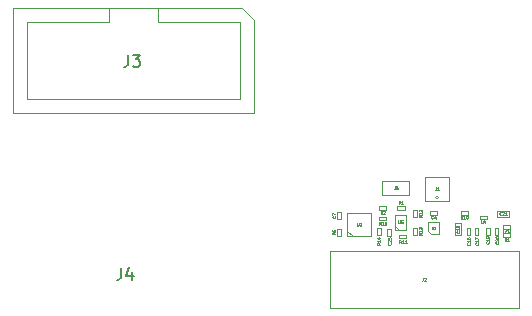
<source format=gbr>
%TF.GenerationSoftware,KiCad,Pcbnew,(7.0.0)*%
%TF.CreationDate,2023-06-03T15:05:08-04:00*%
%TF.ProjectId,headstage-neuropix1e,68656164-7374-4616-9765-2d6e6575726f,A*%
%TF.SameCoordinates,Original*%
%TF.FileFunction,AssemblyDrawing,Top*%
%FSLAX46Y46*%
G04 Gerber Fmt 4.6, Leading zero omitted, Abs format (unit mm)*
G04 Created by KiCad (PCBNEW (7.0.0)) date 2023-06-03 15:05:08*
%MOMM*%
%LPD*%
G01*
G04 APERTURE LIST*
%ADD10C,0.040000*%
%ADD11C,0.150000*%
%ADD12C,0.100000*%
G04 APERTURE END LIST*
D10*
%TO.C,J1*%
X143611667Y-88441845D02*
X143611667Y-88620416D01*
X143611667Y-88620416D02*
X143599762Y-88656130D01*
X143599762Y-88656130D02*
X143575953Y-88679940D01*
X143575953Y-88679940D02*
X143540238Y-88691845D01*
X143540238Y-88691845D02*
X143516429Y-88691845D01*
X143861667Y-88691845D02*
X143718810Y-88691845D01*
X143790238Y-88691845D02*
X143790238Y-88441845D01*
X143790238Y-88441845D02*
X143766429Y-88477559D01*
X143766429Y-88477559D02*
X143742619Y-88501369D01*
X143742619Y-88501369D02*
X143718810Y-88513273D01*
%TO.C,U2*%
X136909523Y-91441845D02*
X136909523Y-91644226D01*
X136909523Y-91644226D02*
X136921428Y-91668035D01*
X136921428Y-91668035D02*
X136933333Y-91679940D01*
X136933333Y-91679940D02*
X136957142Y-91691845D01*
X136957142Y-91691845D02*
X137004761Y-91691845D01*
X137004761Y-91691845D02*
X137028571Y-91679940D01*
X137028571Y-91679940D02*
X137040476Y-91668035D01*
X137040476Y-91668035D02*
X137052380Y-91644226D01*
X137052380Y-91644226D02*
X137052380Y-91441845D01*
X137159524Y-91465654D02*
X137171428Y-91453750D01*
X137171428Y-91453750D02*
X137195238Y-91441845D01*
X137195238Y-91441845D02*
X137254762Y-91441845D01*
X137254762Y-91441845D02*
X137278571Y-91453750D01*
X137278571Y-91453750D02*
X137290476Y-91465654D01*
X137290476Y-91465654D02*
X137302381Y-91489464D01*
X137302381Y-91489464D02*
X137302381Y-91513273D01*
X137302381Y-91513273D02*
X137290476Y-91548988D01*
X137290476Y-91548988D02*
X137147619Y-91691845D01*
X137147619Y-91691845D02*
X137302381Y-91691845D01*
%TO.C,U5*%
X140409523Y-91241845D02*
X140409523Y-91444226D01*
X140409523Y-91444226D02*
X140421428Y-91468035D01*
X140421428Y-91468035D02*
X140433333Y-91479940D01*
X140433333Y-91479940D02*
X140457142Y-91491845D01*
X140457142Y-91491845D02*
X140504761Y-91491845D01*
X140504761Y-91491845D02*
X140528571Y-91479940D01*
X140528571Y-91479940D02*
X140540476Y-91468035D01*
X140540476Y-91468035D02*
X140552380Y-91444226D01*
X140552380Y-91444226D02*
X140552380Y-91241845D01*
X140790476Y-91241845D02*
X140671428Y-91241845D01*
X140671428Y-91241845D02*
X140659524Y-91360892D01*
X140659524Y-91360892D02*
X140671428Y-91348988D01*
X140671428Y-91348988D02*
X140695238Y-91337083D01*
X140695238Y-91337083D02*
X140754762Y-91337083D01*
X140754762Y-91337083D02*
X140778571Y-91348988D01*
X140778571Y-91348988D02*
X140790476Y-91360892D01*
X140790476Y-91360892D02*
X140802381Y-91384702D01*
X140802381Y-91384702D02*
X140802381Y-91444226D01*
X140802381Y-91444226D02*
X140790476Y-91468035D01*
X140790476Y-91468035D02*
X140778571Y-91479940D01*
X140778571Y-91479940D02*
X140754762Y-91491845D01*
X140754762Y-91491845D02*
X140695238Y-91491845D01*
X140695238Y-91491845D02*
X140671428Y-91479940D01*
X140671428Y-91479940D02*
X140659524Y-91468035D01*
%TO.C,J2*%
X142516667Y-96091845D02*
X142516667Y-96270416D01*
X142516667Y-96270416D02*
X142504762Y-96306130D01*
X142504762Y-96306130D02*
X142480953Y-96329940D01*
X142480953Y-96329940D02*
X142445238Y-96341845D01*
X142445238Y-96341845D02*
X142421429Y-96341845D01*
X142623810Y-96115654D02*
X142635714Y-96103750D01*
X142635714Y-96103750D02*
X142659524Y-96091845D01*
X142659524Y-96091845D02*
X142719048Y-96091845D01*
X142719048Y-96091845D02*
X142742857Y-96103750D01*
X142742857Y-96103750D02*
X142754762Y-96115654D01*
X142754762Y-96115654D02*
X142766667Y-96139464D01*
X142766667Y-96139464D02*
X142766667Y-96163273D01*
X142766667Y-96163273D02*
X142754762Y-96198988D01*
X142754762Y-96198988D02*
X142611905Y-96341845D01*
X142611905Y-96341845D02*
X142766667Y-96341845D01*
%TO.C,U3*%
X143247619Y-91773476D02*
X143247619Y-91935380D01*
X143247619Y-91935380D02*
X143257142Y-91954428D01*
X143257142Y-91954428D02*
X143266666Y-91963952D01*
X143266666Y-91963952D02*
X143285714Y-91973476D01*
X143285714Y-91973476D02*
X143323809Y-91973476D01*
X143323809Y-91973476D02*
X143342857Y-91963952D01*
X143342857Y-91963952D02*
X143352380Y-91954428D01*
X143352380Y-91954428D02*
X143361904Y-91935380D01*
X143361904Y-91935380D02*
X143361904Y-91773476D01*
X143438095Y-91773476D02*
X143561904Y-91773476D01*
X143561904Y-91773476D02*
X143495238Y-91849666D01*
X143495238Y-91849666D02*
X143523809Y-91849666D01*
X143523809Y-91849666D02*
X143542857Y-91859190D01*
X143542857Y-91859190D02*
X143552381Y-91868714D01*
X143552381Y-91868714D02*
X143561904Y-91887761D01*
X143561904Y-91887761D02*
X143561904Y-91935380D01*
X143561904Y-91935380D02*
X143552381Y-91954428D01*
X143552381Y-91954428D02*
X143542857Y-91963952D01*
X143542857Y-91963952D02*
X143523809Y-91973476D01*
X143523809Y-91973476D02*
X143466666Y-91973476D01*
X143466666Y-91973476D02*
X143447619Y-91963952D01*
X143447619Y-91963952D02*
X143438095Y-91954428D01*
%TO.C,R15*%
X138939285Y-91591845D02*
X138855952Y-91472797D01*
X138796428Y-91591845D02*
X138796428Y-91341845D01*
X138796428Y-91341845D02*
X138891666Y-91341845D01*
X138891666Y-91341845D02*
X138915476Y-91353750D01*
X138915476Y-91353750D02*
X138927381Y-91365654D01*
X138927381Y-91365654D02*
X138939285Y-91389464D01*
X138939285Y-91389464D02*
X138939285Y-91425178D01*
X138939285Y-91425178D02*
X138927381Y-91448988D01*
X138927381Y-91448988D02*
X138915476Y-91460892D01*
X138915476Y-91460892D02*
X138891666Y-91472797D01*
X138891666Y-91472797D02*
X138796428Y-91472797D01*
X139177381Y-91591845D02*
X139034524Y-91591845D01*
X139105952Y-91591845D02*
X139105952Y-91341845D01*
X139105952Y-91341845D02*
X139082143Y-91377559D01*
X139082143Y-91377559D02*
X139058333Y-91401369D01*
X139058333Y-91401369D02*
X139034524Y-91413273D01*
X139403571Y-91341845D02*
X139284523Y-91341845D01*
X139284523Y-91341845D02*
X139272619Y-91460892D01*
X139272619Y-91460892D02*
X139284523Y-91448988D01*
X139284523Y-91448988D02*
X139308333Y-91437083D01*
X139308333Y-91437083D02*
X139367857Y-91437083D01*
X139367857Y-91437083D02*
X139391666Y-91448988D01*
X139391666Y-91448988D02*
X139403571Y-91460892D01*
X139403571Y-91460892D02*
X139415476Y-91484702D01*
X139415476Y-91484702D02*
X139415476Y-91544226D01*
X139415476Y-91544226D02*
X139403571Y-91568035D01*
X139403571Y-91568035D02*
X139391666Y-91579940D01*
X139391666Y-91579940D02*
X139367857Y-91591845D01*
X139367857Y-91591845D02*
X139308333Y-91591845D01*
X139308333Y-91591845D02*
X139284523Y-91579940D01*
X139284523Y-91579940D02*
X139272619Y-91568035D01*
%TO.C,R14*%
X138891845Y-93160714D02*
X138772797Y-93244047D01*
X138891845Y-93303571D02*
X138641845Y-93303571D01*
X138641845Y-93303571D02*
X138641845Y-93208333D01*
X138641845Y-93208333D02*
X138653750Y-93184523D01*
X138653750Y-93184523D02*
X138665654Y-93172618D01*
X138665654Y-93172618D02*
X138689464Y-93160714D01*
X138689464Y-93160714D02*
X138725178Y-93160714D01*
X138725178Y-93160714D02*
X138748988Y-93172618D01*
X138748988Y-93172618D02*
X138760892Y-93184523D01*
X138760892Y-93184523D02*
X138772797Y-93208333D01*
X138772797Y-93208333D02*
X138772797Y-93303571D01*
X138891845Y-92922618D02*
X138891845Y-93065475D01*
X138891845Y-92994047D02*
X138641845Y-92994047D01*
X138641845Y-92994047D02*
X138677559Y-93017856D01*
X138677559Y-93017856D02*
X138701369Y-93041666D01*
X138701369Y-93041666D02*
X138713273Y-93065475D01*
X138725178Y-92708333D02*
X138891845Y-92708333D01*
X138629940Y-92767857D02*
X138808511Y-92827380D01*
X138808511Y-92827380D02*
X138808511Y-92672619D01*
%TO.C,R13*%
X142391845Y-92310714D02*
X142272797Y-92394047D01*
X142391845Y-92453571D02*
X142141845Y-92453571D01*
X142141845Y-92453571D02*
X142141845Y-92358333D01*
X142141845Y-92358333D02*
X142153750Y-92334523D01*
X142153750Y-92334523D02*
X142165654Y-92322618D01*
X142165654Y-92322618D02*
X142189464Y-92310714D01*
X142189464Y-92310714D02*
X142225178Y-92310714D01*
X142225178Y-92310714D02*
X142248988Y-92322618D01*
X142248988Y-92322618D02*
X142260892Y-92334523D01*
X142260892Y-92334523D02*
X142272797Y-92358333D01*
X142272797Y-92358333D02*
X142272797Y-92453571D01*
X142391845Y-92072618D02*
X142391845Y-92215475D01*
X142391845Y-92144047D02*
X142141845Y-92144047D01*
X142141845Y-92144047D02*
X142177559Y-92167856D01*
X142177559Y-92167856D02*
X142201369Y-92191666D01*
X142201369Y-92191666D02*
X142213273Y-92215475D01*
X142141845Y-91989285D02*
X142141845Y-91834523D01*
X142141845Y-91834523D02*
X142237083Y-91917857D01*
X142237083Y-91917857D02*
X142237083Y-91882142D01*
X142237083Y-91882142D02*
X142248988Y-91858333D01*
X142248988Y-91858333D02*
X142260892Y-91846428D01*
X142260892Y-91846428D02*
X142284702Y-91834523D01*
X142284702Y-91834523D02*
X142344226Y-91834523D01*
X142344226Y-91834523D02*
X142368035Y-91846428D01*
X142368035Y-91846428D02*
X142379940Y-91858333D01*
X142379940Y-91858333D02*
X142391845Y-91882142D01*
X142391845Y-91882142D02*
X142391845Y-91953571D01*
X142391845Y-91953571D02*
X142379940Y-91977380D01*
X142379940Y-91977380D02*
X142368035Y-91989285D01*
%TO.C,R12*%
X142391845Y-90810714D02*
X142272797Y-90894047D01*
X142391845Y-90953571D02*
X142141845Y-90953571D01*
X142141845Y-90953571D02*
X142141845Y-90858333D01*
X142141845Y-90858333D02*
X142153750Y-90834523D01*
X142153750Y-90834523D02*
X142165654Y-90822618D01*
X142165654Y-90822618D02*
X142189464Y-90810714D01*
X142189464Y-90810714D02*
X142225178Y-90810714D01*
X142225178Y-90810714D02*
X142248988Y-90822618D01*
X142248988Y-90822618D02*
X142260892Y-90834523D01*
X142260892Y-90834523D02*
X142272797Y-90858333D01*
X142272797Y-90858333D02*
X142272797Y-90953571D01*
X142391845Y-90572618D02*
X142391845Y-90715475D01*
X142391845Y-90644047D02*
X142141845Y-90644047D01*
X142141845Y-90644047D02*
X142177559Y-90667856D01*
X142177559Y-90667856D02*
X142201369Y-90691666D01*
X142201369Y-90691666D02*
X142213273Y-90715475D01*
X142165654Y-90477380D02*
X142153750Y-90465476D01*
X142153750Y-90465476D02*
X142141845Y-90441666D01*
X142141845Y-90441666D02*
X142141845Y-90382142D01*
X142141845Y-90382142D02*
X142153750Y-90358333D01*
X142153750Y-90358333D02*
X142165654Y-90346428D01*
X142165654Y-90346428D02*
X142189464Y-90334523D01*
X142189464Y-90334523D02*
X142213273Y-90334523D01*
X142213273Y-90334523D02*
X142248988Y-90346428D01*
X142248988Y-90346428D02*
X142391845Y-90489285D01*
X142391845Y-90489285D02*
X142391845Y-90334523D01*
%TO.C,R11*%
X140639285Y-93191845D02*
X140555952Y-93072797D01*
X140496428Y-93191845D02*
X140496428Y-92941845D01*
X140496428Y-92941845D02*
X140591666Y-92941845D01*
X140591666Y-92941845D02*
X140615476Y-92953750D01*
X140615476Y-92953750D02*
X140627381Y-92965654D01*
X140627381Y-92965654D02*
X140639285Y-92989464D01*
X140639285Y-92989464D02*
X140639285Y-93025178D01*
X140639285Y-93025178D02*
X140627381Y-93048988D01*
X140627381Y-93048988D02*
X140615476Y-93060892D01*
X140615476Y-93060892D02*
X140591666Y-93072797D01*
X140591666Y-93072797D02*
X140496428Y-93072797D01*
X140877381Y-93191845D02*
X140734524Y-93191845D01*
X140805952Y-93191845D02*
X140805952Y-92941845D01*
X140805952Y-92941845D02*
X140782143Y-92977559D01*
X140782143Y-92977559D02*
X140758333Y-93001369D01*
X140758333Y-93001369D02*
X140734524Y-93013273D01*
X141115476Y-93191845D02*
X140972619Y-93191845D01*
X141044047Y-93191845D02*
X141044047Y-92941845D01*
X141044047Y-92941845D02*
X141020238Y-92977559D01*
X141020238Y-92977559D02*
X140996428Y-93001369D01*
X140996428Y-93001369D02*
X140972619Y-93013273D01*
%TO.C,R5*%
X135091845Y-92286666D02*
X134972797Y-92369999D01*
X135091845Y-92429523D02*
X134841845Y-92429523D01*
X134841845Y-92429523D02*
X134841845Y-92334285D01*
X134841845Y-92334285D02*
X134853750Y-92310475D01*
X134853750Y-92310475D02*
X134865654Y-92298570D01*
X134865654Y-92298570D02*
X134889464Y-92286666D01*
X134889464Y-92286666D02*
X134925178Y-92286666D01*
X134925178Y-92286666D02*
X134948988Y-92298570D01*
X134948988Y-92298570D02*
X134960892Y-92310475D01*
X134960892Y-92310475D02*
X134972797Y-92334285D01*
X134972797Y-92334285D02*
X134972797Y-92429523D01*
X134841845Y-92060475D02*
X134841845Y-92179523D01*
X134841845Y-92179523D02*
X134960892Y-92191427D01*
X134960892Y-92191427D02*
X134948988Y-92179523D01*
X134948988Y-92179523D02*
X134937083Y-92155713D01*
X134937083Y-92155713D02*
X134937083Y-92096189D01*
X134937083Y-92096189D02*
X134948988Y-92072380D01*
X134948988Y-92072380D02*
X134960892Y-92060475D01*
X134960892Y-92060475D02*
X134984702Y-92048570D01*
X134984702Y-92048570D02*
X135044226Y-92048570D01*
X135044226Y-92048570D02*
X135068035Y-92060475D01*
X135068035Y-92060475D02*
X135079940Y-92072380D01*
X135079940Y-92072380D02*
X135091845Y-92096189D01*
X135091845Y-92096189D02*
X135091845Y-92155713D01*
X135091845Y-92155713D02*
X135079940Y-92179523D01*
X135079940Y-92179523D02*
X135068035Y-92191427D01*
%TO.C,R2*%
X139058333Y-90691845D02*
X138975000Y-90572797D01*
X138915476Y-90691845D02*
X138915476Y-90441845D01*
X138915476Y-90441845D02*
X139010714Y-90441845D01*
X139010714Y-90441845D02*
X139034524Y-90453750D01*
X139034524Y-90453750D02*
X139046429Y-90465654D01*
X139046429Y-90465654D02*
X139058333Y-90489464D01*
X139058333Y-90489464D02*
X139058333Y-90525178D01*
X139058333Y-90525178D02*
X139046429Y-90548988D01*
X139046429Y-90548988D02*
X139034524Y-90560892D01*
X139034524Y-90560892D02*
X139010714Y-90572797D01*
X139010714Y-90572797D02*
X138915476Y-90572797D01*
X139153572Y-90465654D02*
X139165476Y-90453750D01*
X139165476Y-90453750D02*
X139189286Y-90441845D01*
X139189286Y-90441845D02*
X139248810Y-90441845D01*
X139248810Y-90441845D02*
X139272619Y-90453750D01*
X139272619Y-90453750D02*
X139284524Y-90465654D01*
X139284524Y-90465654D02*
X139296429Y-90489464D01*
X139296429Y-90489464D02*
X139296429Y-90513273D01*
X139296429Y-90513273D02*
X139284524Y-90548988D01*
X139284524Y-90548988D02*
X139141667Y-90691845D01*
X139141667Y-90691845D02*
X139296429Y-90691845D01*
%TO.C,R1*%
X140608333Y-89891845D02*
X140525000Y-89772797D01*
X140465476Y-89891845D02*
X140465476Y-89641845D01*
X140465476Y-89641845D02*
X140560714Y-89641845D01*
X140560714Y-89641845D02*
X140584524Y-89653750D01*
X140584524Y-89653750D02*
X140596429Y-89665654D01*
X140596429Y-89665654D02*
X140608333Y-89689464D01*
X140608333Y-89689464D02*
X140608333Y-89725178D01*
X140608333Y-89725178D02*
X140596429Y-89748988D01*
X140596429Y-89748988D02*
X140584524Y-89760892D01*
X140584524Y-89760892D02*
X140560714Y-89772797D01*
X140560714Y-89772797D02*
X140465476Y-89772797D01*
X140846429Y-89891845D02*
X140703572Y-89891845D01*
X140775000Y-89891845D02*
X140775000Y-89641845D01*
X140775000Y-89641845D02*
X140751191Y-89677559D01*
X140751191Y-89677559D02*
X140727381Y-89701369D01*
X140727381Y-89701369D02*
X140703572Y-89713273D01*
%TO.C,C25*%
X139768035Y-93160714D02*
X139779940Y-93172618D01*
X139779940Y-93172618D02*
X139791845Y-93208333D01*
X139791845Y-93208333D02*
X139791845Y-93232142D01*
X139791845Y-93232142D02*
X139779940Y-93267856D01*
X139779940Y-93267856D02*
X139756130Y-93291666D01*
X139756130Y-93291666D02*
X139732321Y-93303571D01*
X139732321Y-93303571D02*
X139684702Y-93315475D01*
X139684702Y-93315475D02*
X139648988Y-93315475D01*
X139648988Y-93315475D02*
X139601369Y-93303571D01*
X139601369Y-93303571D02*
X139577559Y-93291666D01*
X139577559Y-93291666D02*
X139553750Y-93267856D01*
X139553750Y-93267856D02*
X139541845Y-93232142D01*
X139541845Y-93232142D02*
X139541845Y-93208333D01*
X139541845Y-93208333D02*
X139553750Y-93172618D01*
X139553750Y-93172618D02*
X139565654Y-93160714D01*
X139565654Y-93065475D02*
X139553750Y-93053571D01*
X139553750Y-93053571D02*
X139541845Y-93029761D01*
X139541845Y-93029761D02*
X139541845Y-92970237D01*
X139541845Y-92970237D02*
X139553750Y-92946428D01*
X139553750Y-92946428D02*
X139565654Y-92934523D01*
X139565654Y-92934523D02*
X139589464Y-92922618D01*
X139589464Y-92922618D02*
X139613273Y-92922618D01*
X139613273Y-92922618D02*
X139648988Y-92934523D01*
X139648988Y-92934523D02*
X139791845Y-93077380D01*
X139791845Y-93077380D02*
X139791845Y-92922618D01*
X139541845Y-92696428D02*
X139541845Y-92815476D01*
X139541845Y-92815476D02*
X139660892Y-92827380D01*
X139660892Y-92827380D02*
X139648988Y-92815476D01*
X139648988Y-92815476D02*
X139637083Y-92791666D01*
X139637083Y-92791666D02*
X139637083Y-92732142D01*
X139637083Y-92732142D02*
X139648988Y-92708333D01*
X139648988Y-92708333D02*
X139660892Y-92696428D01*
X139660892Y-92696428D02*
X139684702Y-92684523D01*
X139684702Y-92684523D02*
X139744226Y-92684523D01*
X139744226Y-92684523D02*
X139768035Y-92696428D01*
X139768035Y-92696428D02*
X139779940Y-92708333D01*
X139779940Y-92708333D02*
X139791845Y-92732142D01*
X139791845Y-92732142D02*
X139791845Y-92791666D01*
X139791845Y-92791666D02*
X139779940Y-92815476D01*
X139779940Y-92815476D02*
X139768035Y-92827380D01*
%TO.C,C7*%
X135068035Y-90886666D02*
X135079940Y-90898570D01*
X135079940Y-90898570D02*
X135091845Y-90934285D01*
X135091845Y-90934285D02*
X135091845Y-90958094D01*
X135091845Y-90958094D02*
X135079940Y-90993808D01*
X135079940Y-90993808D02*
X135056130Y-91017618D01*
X135056130Y-91017618D02*
X135032321Y-91029523D01*
X135032321Y-91029523D02*
X134984702Y-91041427D01*
X134984702Y-91041427D02*
X134948988Y-91041427D01*
X134948988Y-91041427D02*
X134901369Y-91029523D01*
X134901369Y-91029523D02*
X134877559Y-91017618D01*
X134877559Y-91017618D02*
X134853750Y-90993808D01*
X134853750Y-90993808D02*
X134841845Y-90958094D01*
X134841845Y-90958094D02*
X134841845Y-90934285D01*
X134841845Y-90934285D02*
X134853750Y-90898570D01*
X134853750Y-90898570D02*
X134865654Y-90886666D01*
X134841845Y-90803332D02*
X134841845Y-90636666D01*
X134841845Y-90636666D02*
X135091845Y-90743808D01*
%TO.C,C4*%
X143358333Y-91068035D02*
X143346429Y-91079940D01*
X143346429Y-91079940D02*
X143310714Y-91091845D01*
X143310714Y-91091845D02*
X143286905Y-91091845D01*
X143286905Y-91091845D02*
X143251191Y-91079940D01*
X143251191Y-91079940D02*
X143227381Y-91056130D01*
X143227381Y-91056130D02*
X143215476Y-91032321D01*
X143215476Y-91032321D02*
X143203572Y-90984702D01*
X143203572Y-90984702D02*
X143203572Y-90948988D01*
X143203572Y-90948988D02*
X143215476Y-90901369D01*
X143215476Y-90901369D02*
X143227381Y-90877559D01*
X143227381Y-90877559D02*
X143251191Y-90853750D01*
X143251191Y-90853750D02*
X143286905Y-90841845D01*
X143286905Y-90841845D02*
X143310714Y-90841845D01*
X143310714Y-90841845D02*
X143346429Y-90853750D01*
X143346429Y-90853750D02*
X143358333Y-90865654D01*
X143572619Y-90925178D02*
X143572619Y-91091845D01*
X143513095Y-90829940D02*
X143453572Y-91008511D01*
X143453572Y-91008511D02*
X143608333Y-91008511D01*
D11*
%TO.C,J4*%
X116956666Y-95267380D02*
X116956666Y-95981666D01*
X116956666Y-95981666D02*
X116909047Y-96124523D01*
X116909047Y-96124523D02*
X116813809Y-96219761D01*
X116813809Y-96219761D02*
X116670952Y-96267380D01*
X116670952Y-96267380D02*
X116575714Y-96267380D01*
X117861428Y-95600714D02*
X117861428Y-96267380D01*
X117623333Y-95219761D02*
X117385238Y-95934047D01*
X117385238Y-95934047D02*
X118004285Y-95934047D01*
D10*
%TO.C,C16*%
X146468035Y-93160714D02*
X146479940Y-93172618D01*
X146479940Y-93172618D02*
X146491845Y-93208333D01*
X146491845Y-93208333D02*
X146491845Y-93232142D01*
X146491845Y-93232142D02*
X146479940Y-93267856D01*
X146479940Y-93267856D02*
X146456130Y-93291666D01*
X146456130Y-93291666D02*
X146432321Y-93303571D01*
X146432321Y-93303571D02*
X146384702Y-93315475D01*
X146384702Y-93315475D02*
X146348988Y-93315475D01*
X146348988Y-93315475D02*
X146301369Y-93303571D01*
X146301369Y-93303571D02*
X146277559Y-93291666D01*
X146277559Y-93291666D02*
X146253750Y-93267856D01*
X146253750Y-93267856D02*
X146241845Y-93232142D01*
X146241845Y-93232142D02*
X146241845Y-93208333D01*
X146241845Y-93208333D02*
X146253750Y-93172618D01*
X146253750Y-93172618D02*
X146265654Y-93160714D01*
X146491845Y-92922618D02*
X146491845Y-93065475D01*
X146491845Y-92994047D02*
X146241845Y-92994047D01*
X146241845Y-92994047D02*
X146277559Y-93017856D01*
X146277559Y-93017856D02*
X146301369Y-93041666D01*
X146301369Y-93041666D02*
X146313273Y-93065475D01*
X146241845Y-92708333D02*
X146241845Y-92755952D01*
X146241845Y-92755952D02*
X146253750Y-92779761D01*
X146253750Y-92779761D02*
X146265654Y-92791666D01*
X146265654Y-92791666D02*
X146301369Y-92815476D01*
X146301369Y-92815476D02*
X146348988Y-92827380D01*
X146348988Y-92827380D02*
X146444226Y-92827380D01*
X146444226Y-92827380D02*
X146468035Y-92815476D01*
X146468035Y-92815476D02*
X146479940Y-92803571D01*
X146479940Y-92803571D02*
X146491845Y-92779761D01*
X146491845Y-92779761D02*
X146491845Y-92732142D01*
X146491845Y-92732142D02*
X146479940Y-92708333D01*
X146479940Y-92708333D02*
X146468035Y-92696428D01*
X146468035Y-92696428D02*
X146444226Y-92684523D01*
X146444226Y-92684523D02*
X146384702Y-92684523D01*
X146384702Y-92684523D02*
X146360892Y-92696428D01*
X146360892Y-92696428D02*
X146348988Y-92708333D01*
X146348988Y-92708333D02*
X146337083Y-92732142D01*
X146337083Y-92732142D02*
X146337083Y-92779761D01*
X146337083Y-92779761D02*
X146348988Y-92803571D01*
X146348988Y-92803571D02*
X146360892Y-92815476D01*
X146360892Y-92815476D02*
X146384702Y-92827380D01*
%TO.C,J5*%
X140111667Y-88341845D02*
X140111667Y-88520416D01*
X140111667Y-88520416D02*
X140099762Y-88556130D01*
X140099762Y-88556130D02*
X140075953Y-88579940D01*
X140075953Y-88579940D02*
X140040238Y-88591845D01*
X140040238Y-88591845D02*
X140016429Y-88591845D01*
X140349762Y-88341845D02*
X140230714Y-88341845D01*
X140230714Y-88341845D02*
X140218810Y-88460892D01*
X140218810Y-88460892D02*
X140230714Y-88448988D01*
X140230714Y-88448988D02*
X140254524Y-88437083D01*
X140254524Y-88437083D02*
X140314048Y-88437083D01*
X140314048Y-88437083D02*
X140337857Y-88448988D01*
X140337857Y-88448988D02*
X140349762Y-88460892D01*
X140349762Y-88460892D02*
X140361667Y-88484702D01*
X140361667Y-88484702D02*
X140361667Y-88544226D01*
X140361667Y-88544226D02*
X140349762Y-88568035D01*
X140349762Y-88568035D02*
X140337857Y-88579940D01*
X140337857Y-88579940D02*
X140314048Y-88591845D01*
X140314048Y-88591845D02*
X140254524Y-88591845D01*
X140254524Y-88591845D02*
X140230714Y-88579940D01*
X140230714Y-88579940D02*
X140218810Y-88568035D01*
%TO.C,C18*%
X145568035Y-92160714D02*
X145579940Y-92172618D01*
X145579940Y-92172618D02*
X145591845Y-92208333D01*
X145591845Y-92208333D02*
X145591845Y-92232142D01*
X145591845Y-92232142D02*
X145579940Y-92267856D01*
X145579940Y-92267856D02*
X145556130Y-92291666D01*
X145556130Y-92291666D02*
X145532321Y-92303571D01*
X145532321Y-92303571D02*
X145484702Y-92315475D01*
X145484702Y-92315475D02*
X145448988Y-92315475D01*
X145448988Y-92315475D02*
X145401369Y-92303571D01*
X145401369Y-92303571D02*
X145377559Y-92291666D01*
X145377559Y-92291666D02*
X145353750Y-92267856D01*
X145353750Y-92267856D02*
X145341845Y-92232142D01*
X145341845Y-92232142D02*
X145341845Y-92208333D01*
X145341845Y-92208333D02*
X145353750Y-92172618D01*
X145353750Y-92172618D02*
X145365654Y-92160714D01*
X145591845Y-91922618D02*
X145591845Y-92065475D01*
X145591845Y-91994047D02*
X145341845Y-91994047D01*
X145341845Y-91994047D02*
X145377559Y-92017856D01*
X145377559Y-92017856D02*
X145401369Y-92041666D01*
X145401369Y-92041666D02*
X145413273Y-92065475D01*
X145448988Y-91779761D02*
X145437083Y-91803571D01*
X145437083Y-91803571D02*
X145425178Y-91815476D01*
X145425178Y-91815476D02*
X145401369Y-91827380D01*
X145401369Y-91827380D02*
X145389464Y-91827380D01*
X145389464Y-91827380D02*
X145365654Y-91815476D01*
X145365654Y-91815476D02*
X145353750Y-91803571D01*
X145353750Y-91803571D02*
X145341845Y-91779761D01*
X145341845Y-91779761D02*
X145341845Y-91732142D01*
X145341845Y-91732142D02*
X145353750Y-91708333D01*
X145353750Y-91708333D02*
X145365654Y-91696428D01*
X145365654Y-91696428D02*
X145389464Y-91684523D01*
X145389464Y-91684523D02*
X145401369Y-91684523D01*
X145401369Y-91684523D02*
X145425178Y-91696428D01*
X145425178Y-91696428D02*
X145437083Y-91708333D01*
X145437083Y-91708333D02*
X145448988Y-91732142D01*
X145448988Y-91732142D02*
X145448988Y-91779761D01*
X145448988Y-91779761D02*
X145460892Y-91803571D01*
X145460892Y-91803571D02*
X145472797Y-91815476D01*
X145472797Y-91815476D02*
X145496607Y-91827380D01*
X145496607Y-91827380D02*
X145544226Y-91827380D01*
X145544226Y-91827380D02*
X145568035Y-91815476D01*
X145568035Y-91815476D02*
X145579940Y-91803571D01*
X145579940Y-91803571D02*
X145591845Y-91779761D01*
X145591845Y-91779761D02*
X145591845Y-91732142D01*
X145591845Y-91732142D02*
X145579940Y-91708333D01*
X145579940Y-91708333D02*
X145568035Y-91696428D01*
X145568035Y-91696428D02*
X145544226Y-91684523D01*
X145544226Y-91684523D02*
X145496607Y-91684523D01*
X145496607Y-91684523D02*
X145472797Y-91696428D01*
X145472797Y-91696428D02*
X145460892Y-91708333D01*
X145460892Y-91708333D02*
X145448988Y-91732142D01*
%TO.C,C20*%
X148868035Y-93060714D02*
X148879940Y-93072618D01*
X148879940Y-93072618D02*
X148891845Y-93108333D01*
X148891845Y-93108333D02*
X148891845Y-93132142D01*
X148891845Y-93132142D02*
X148879940Y-93167856D01*
X148879940Y-93167856D02*
X148856130Y-93191666D01*
X148856130Y-93191666D02*
X148832321Y-93203571D01*
X148832321Y-93203571D02*
X148784702Y-93215475D01*
X148784702Y-93215475D02*
X148748988Y-93215475D01*
X148748988Y-93215475D02*
X148701369Y-93203571D01*
X148701369Y-93203571D02*
X148677559Y-93191666D01*
X148677559Y-93191666D02*
X148653750Y-93167856D01*
X148653750Y-93167856D02*
X148641845Y-93132142D01*
X148641845Y-93132142D02*
X148641845Y-93108333D01*
X148641845Y-93108333D02*
X148653750Y-93072618D01*
X148653750Y-93072618D02*
X148665654Y-93060714D01*
X148665654Y-92965475D02*
X148653750Y-92953571D01*
X148653750Y-92953571D02*
X148641845Y-92929761D01*
X148641845Y-92929761D02*
X148641845Y-92870237D01*
X148641845Y-92870237D02*
X148653750Y-92846428D01*
X148653750Y-92846428D02*
X148665654Y-92834523D01*
X148665654Y-92834523D02*
X148689464Y-92822618D01*
X148689464Y-92822618D02*
X148713273Y-92822618D01*
X148713273Y-92822618D02*
X148748988Y-92834523D01*
X148748988Y-92834523D02*
X148891845Y-92977380D01*
X148891845Y-92977380D02*
X148891845Y-92822618D01*
X148641845Y-92667857D02*
X148641845Y-92644047D01*
X148641845Y-92644047D02*
X148653750Y-92620238D01*
X148653750Y-92620238D02*
X148665654Y-92608333D01*
X148665654Y-92608333D02*
X148689464Y-92596428D01*
X148689464Y-92596428D02*
X148737083Y-92584523D01*
X148737083Y-92584523D02*
X148796607Y-92584523D01*
X148796607Y-92584523D02*
X148844226Y-92596428D01*
X148844226Y-92596428D02*
X148868035Y-92608333D01*
X148868035Y-92608333D02*
X148879940Y-92620238D01*
X148879940Y-92620238D02*
X148891845Y-92644047D01*
X148891845Y-92644047D02*
X148891845Y-92667857D01*
X148891845Y-92667857D02*
X148879940Y-92691666D01*
X148879940Y-92691666D02*
X148868035Y-92703571D01*
X148868035Y-92703571D02*
X148844226Y-92715476D01*
X148844226Y-92715476D02*
X148796607Y-92727380D01*
X148796607Y-92727380D02*
X148737083Y-92727380D01*
X148737083Y-92727380D02*
X148689464Y-92715476D01*
X148689464Y-92715476D02*
X148665654Y-92703571D01*
X148665654Y-92703571D02*
X148653750Y-92691666D01*
X148653750Y-92691666D02*
X148641845Y-92667857D01*
%TO.C,C17*%
X147168035Y-93160714D02*
X147179940Y-93172618D01*
X147179940Y-93172618D02*
X147191845Y-93208333D01*
X147191845Y-93208333D02*
X147191845Y-93232142D01*
X147191845Y-93232142D02*
X147179940Y-93267856D01*
X147179940Y-93267856D02*
X147156130Y-93291666D01*
X147156130Y-93291666D02*
X147132321Y-93303571D01*
X147132321Y-93303571D02*
X147084702Y-93315475D01*
X147084702Y-93315475D02*
X147048988Y-93315475D01*
X147048988Y-93315475D02*
X147001369Y-93303571D01*
X147001369Y-93303571D02*
X146977559Y-93291666D01*
X146977559Y-93291666D02*
X146953750Y-93267856D01*
X146953750Y-93267856D02*
X146941845Y-93232142D01*
X146941845Y-93232142D02*
X146941845Y-93208333D01*
X146941845Y-93208333D02*
X146953750Y-93172618D01*
X146953750Y-93172618D02*
X146965654Y-93160714D01*
X147191845Y-92922618D02*
X147191845Y-93065475D01*
X147191845Y-92994047D02*
X146941845Y-92994047D01*
X146941845Y-92994047D02*
X146977559Y-93017856D01*
X146977559Y-93017856D02*
X147001369Y-93041666D01*
X147001369Y-93041666D02*
X147013273Y-93065475D01*
X146941845Y-92839285D02*
X146941845Y-92672619D01*
X146941845Y-92672619D02*
X147191845Y-92779761D01*
%TO.C,L4*%
X147558333Y-91491845D02*
X147439285Y-91491845D01*
X147439285Y-91491845D02*
X147439285Y-91241845D01*
X147748809Y-91325178D02*
X147748809Y-91491845D01*
X147689285Y-91229940D02*
X147629762Y-91408511D01*
X147629762Y-91408511D02*
X147784523Y-91408511D01*
%TO.C,C19*%
X148068035Y-93060714D02*
X148079940Y-93072618D01*
X148079940Y-93072618D02*
X148091845Y-93108333D01*
X148091845Y-93108333D02*
X148091845Y-93132142D01*
X148091845Y-93132142D02*
X148079940Y-93167856D01*
X148079940Y-93167856D02*
X148056130Y-93191666D01*
X148056130Y-93191666D02*
X148032321Y-93203571D01*
X148032321Y-93203571D02*
X147984702Y-93215475D01*
X147984702Y-93215475D02*
X147948988Y-93215475D01*
X147948988Y-93215475D02*
X147901369Y-93203571D01*
X147901369Y-93203571D02*
X147877559Y-93191666D01*
X147877559Y-93191666D02*
X147853750Y-93167856D01*
X147853750Y-93167856D02*
X147841845Y-93132142D01*
X147841845Y-93132142D02*
X147841845Y-93108333D01*
X147841845Y-93108333D02*
X147853750Y-93072618D01*
X147853750Y-93072618D02*
X147865654Y-93060714D01*
X148091845Y-92822618D02*
X148091845Y-92965475D01*
X148091845Y-92894047D02*
X147841845Y-92894047D01*
X147841845Y-92894047D02*
X147877559Y-92917856D01*
X147877559Y-92917856D02*
X147901369Y-92941666D01*
X147901369Y-92941666D02*
X147913273Y-92965475D01*
X148091845Y-92703571D02*
X148091845Y-92655952D01*
X148091845Y-92655952D02*
X148079940Y-92632142D01*
X148079940Y-92632142D02*
X148068035Y-92620238D01*
X148068035Y-92620238D02*
X148032321Y-92596428D01*
X148032321Y-92596428D02*
X147984702Y-92584523D01*
X147984702Y-92584523D02*
X147889464Y-92584523D01*
X147889464Y-92584523D02*
X147865654Y-92596428D01*
X147865654Y-92596428D02*
X147853750Y-92608333D01*
X147853750Y-92608333D02*
X147841845Y-92632142D01*
X147841845Y-92632142D02*
X147841845Y-92679761D01*
X147841845Y-92679761D02*
X147853750Y-92703571D01*
X147853750Y-92703571D02*
X147865654Y-92715476D01*
X147865654Y-92715476D02*
X147889464Y-92727380D01*
X147889464Y-92727380D02*
X147948988Y-92727380D01*
X147948988Y-92727380D02*
X147972797Y-92715476D01*
X147972797Y-92715476D02*
X147984702Y-92703571D01*
X147984702Y-92703571D02*
X147996607Y-92679761D01*
X147996607Y-92679761D02*
X147996607Y-92632142D01*
X147996607Y-92632142D02*
X147984702Y-92608333D01*
X147984702Y-92608333D02*
X147972797Y-92596428D01*
X147972797Y-92596428D02*
X147948988Y-92584523D01*
%TO.C,C21*%
X149139285Y-90768035D02*
X149127381Y-90779940D01*
X149127381Y-90779940D02*
X149091666Y-90791845D01*
X149091666Y-90791845D02*
X149067857Y-90791845D01*
X149067857Y-90791845D02*
X149032143Y-90779940D01*
X149032143Y-90779940D02*
X149008333Y-90756130D01*
X149008333Y-90756130D02*
X148996428Y-90732321D01*
X148996428Y-90732321D02*
X148984524Y-90684702D01*
X148984524Y-90684702D02*
X148984524Y-90648988D01*
X148984524Y-90648988D02*
X148996428Y-90601369D01*
X148996428Y-90601369D02*
X149008333Y-90577559D01*
X149008333Y-90577559D02*
X149032143Y-90553750D01*
X149032143Y-90553750D02*
X149067857Y-90541845D01*
X149067857Y-90541845D02*
X149091666Y-90541845D01*
X149091666Y-90541845D02*
X149127381Y-90553750D01*
X149127381Y-90553750D02*
X149139285Y-90565654D01*
X149234524Y-90565654D02*
X149246428Y-90553750D01*
X149246428Y-90553750D02*
X149270238Y-90541845D01*
X149270238Y-90541845D02*
X149329762Y-90541845D01*
X149329762Y-90541845D02*
X149353571Y-90553750D01*
X149353571Y-90553750D02*
X149365476Y-90565654D01*
X149365476Y-90565654D02*
X149377381Y-90589464D01*
X149377381Y-90589464D02*
X149377381Y-90613273D01*
X149377381Y-90613273D02*
X149365476Y-90648988D01*
X149365476Y-90648988D02*
X149222619Y-90791845D01*
X149222619Y-90791845D02*
X149377381Y-90791845D01*
X149615476Y-90791845D02*
X149472619Y-90791845D01*
X149544047Y-90791845D02*
X149544047Y-90541845D01*
X149544047Y-90541845D02*
X149520238Y-90577559D01*
X149520238Y-90577559D02*
X149496428Y-90601369D01*
X149496428Y-90601369D02*
X149472619Y-90613273D01*
%TO.C,R10*%
X145839285Y-91091845D02*
X145755952Y-90972797D01*
X145696428Y-91091845D02*
X145696428Y-90841845D01*
X145696428Y-90841845D02*
X145791666Y-90841845D01*
X145791666Y-90841845D02*
X145815476Y-90853750D01*
X145815476Y-90853750D02*
X145827381Y-90865654D01*
X145827381Y-90865654D02*
X145839285Y-90889464D01*
X145839285Y-90889464D02*
X145839285Y-90925178D01*
X145839285Y-90925178D02*
X145827381Y-90948988D01*
X145827381Y-90948988D02*
X145815476Y-90960892D01*
X145815476Y-90960892D02*
X145791666Y-90972797D01*
X145791666Y-90972797D02*
X145696428Y-90972797D01*
X146077381Y-91091845D02*
X145934524Y-91091845D01*
X146005952Y-91091845D02*
X146005952Y-90841845D01*
X146005952Y-90841845D02*
X145982143Y-90877559D01*
X145982143Y-90877559D02*
X145958333Y-90901369D01*
X145958333Y-90901369D02*
X145934524Y-90913273D01*
X146232142Y-90841845D02*
X146255952Y-90841845D01*
X146255952Y-90841845D02*
X146279761Y-90853750D01*
X146279761Y-90853750D02*
X146291666Y-90865654D01*
X146291666Y-90865654D02*
X146303571Y-90889464D01*
X146303571Y-90889464D02*
X146315476Y-90937083D01*
X146315476Y-90937083D02*
X146315476Y-90996607D01*
X146315476Y-90996607D02*
X146303571Y-91044226D01*
X146303571Y-91044226D02*
X146291666Y-91068035D01*
X146291666Y-91068035D02*
X146279761Y-91079940D01*
X146279761Y-91079940D02*
X146255952Y-91091845D01*
X146255952Y-91091845D02*
X146232142Y-91091845D01*
X146232142Y-91091845D02*
X146208333Y-91079940D01*
X146208333Y-91079940D02*
X146196428Y-91068035D01*
X146196428Y-91068035D02*
X146184523Y-91044226D01*
X146184523Y-91044226D02*
X146172619Y-90996607D01*
X146172619Y-90996607D02*
X146172619Y-90937083D01*
X146172619Y-90937083D02*
X146184523Y-90889464D01*
X146184523Y-90889464D02*
X146196428Y-90865654D01*
X146196428Y-90865654D02*
X146208333Y-90853750D01*
X146208333Y-90853750D02*
X146232142Y-90841845D01*
D11*
%TO.C,J3*%
X117546666Y-77234880D02*
X117546666Y-77949166D01*
X117546666Y-77949166D02*
X117499047Y-78092023D01*
X117499047Y-78092023D02*
X117403809Y-78187261D01*
X117403809Y-78187261D02*
X117260952Y-78234880D01*
X117260952Y-78234880D02*
X117165714Y-78234880D01*
X117927619Y-77234880D02*
X118546666Y-77234880D01*
X118546666Y-77234880D02*
X118213333Y-77615833D01*
X118213333Y-77615833D02*
X118356190Y-77615833D01*
X118356190Y-77615833D02*
X118451428Y-77663452D01*
X118451428Y-77663452D02*
X118499047Y-77711071D01*
X118499047Y-77711071D02*
X118546666Y-77806309D01*
X118546666Y-77806309D02*
X118546666Y-78044404D01*
X118546666Y-78044404D02*
X118499047Y-78139642D01*
X118499047Y-78139642D02*
X118451428Y-78187261D01*
X118451428Y-78187261D02*
X118356190Y-78234880D01*
X118356190Y-78234880D02*
X118070476Y-78234880D01*
X118070476Y-78234880D02*
X117975238Y-78187261D01*
X117975238Y-78187261D02*
X117927619Y-78139642D01*
D10*
%TO.C,D1*%
X149415476Y-92991845D02*
X149415476Y-92741845D01*
X149415476Y-92741845D02*
X149475000Y-92741845D01*
X149475000Y-92741845D02*
X149510714Y-92753750D01*
X149510714Y-92753750D02*
X149534524Y-92777559D01*
X149534524Y-92777559D02*
X149546429Y-92801369D01*
X149546429Y-92801369D02*
X149558333Y-92848988D01*
X149558333Y-92848988D02*
X149558333Y-92884702D01*
X149558333Y-92884702D02*
X149546429Y-92932321D01*
X149546429Y-92932321D02*
X149534524Y-92956130D01*
X149534524Y-92956130D02*
X149510714Y-92979940D01*
X149510714Y-92979940D02*
X149475000Y-92991845D01*
X149475000Y-92991845D02*
X149415476Y-92991845D01*
X149796429Y-92991845D02*
X149653572Y-92991845D01*
X149725000Y-92991845D02*
X149725000Y-92741845D01*
X149725000Y-92741845D02*
X149701191Y-92777559D01*
X149701191Y-92777559D02*
X149677381Y-92801369D01*
X149677381Y-92801369D02*
X149653572Y-92813273D01*
D12*
%TO.C,J1*%
X142700000Y-87600000D02*
X144700000Y-87600000D01*
X144700000Y-87600000D02*
X144700000Y-89600000D01*
X144700000Y-89600000D02*
X142700000Y-89600000D01*
X142700000Y-89600000D02*
X142700000Y-87600000D01*
X143841421Y-89300000D02*
G75*
G03*
X143841421Y-89300000I-141421J0D01*
G01*
%TO.C,U2*%
X136100000Y-92600000D02*
X136100000Y-90600000D01*
X136600000Y-92600000D02*
X136100000Y-92100000D01*
X138100000Y-92600000D02*
X136100000Y-92600000D01*
X136100000Y-90600000D02*
X138100000Y-90600000D01*
X138100000Y-90600000D02*
X138100000Y-92600000D01*
%TO.C,U5*%
X140150000Y-92050000D02*
X140150000Y-90750000D01*
X140500000Y-92050000D02*
X140150000Y-91700000D01*
X141050000Y-92050000D02*
X140150000Y-92050000D01*
X140150000Y-90750000D02*
X141050000Y-90750000D01*
X141050000Y-90750000D02*
X141050000Y-92050000D01*
%TO.C,J2*%
X150600000Y-98650000D02*
X150600000Y-93850000D01*
X150600000Y-93850000D02*
X134600000Y-93850000D01*
X134600000Y-98650000D02*
X150600000Y-98650000D01*
X134600000Y-93850000D02*
X134600000Y-98650000D01*
%TO.C,U3*%
X142900000Y-91400000D02*
X143900000Y-91400000D01*
X143150000Y-92400000D02*
X142900000Y-92150000D01*
X143900000Y-92400000D02*
X143150000Y-92400000D01*
X143900000Y-91400000D02*
X143900000Y-92400000D01*
X142900000Y-92150000D02*
X142900000Y-91400000D01*
%TO.C,R15*%
X139400000Y-90950000D02*
X139400000Y-91250000D01*
X138800000Y-91250000D02*
X138800000Y-90950000D01*
X139400000Y-91250000D02*
X138800000Y-91250000D01*
X138800000Y-90950000D02*
X139400000Y-90950000D01*
%TO.C,R14*%
X138650000Y-91900000D02*
X138950000Y-91900000D01*
X138950000Y-92500000D02*
X138650000Y-92500000D01*
X138950000Y-91900000D02*
X138950000Y-92500000D01*
X138650000Y-92500000D02*
X138650000Y-91900000D01*
%TO.C,R13*%
X141700000Y-91850000D02*
X142000000Y-91850000D01*
X142000000Y-92450000D02*
X141700000Y-92450000D01*
X142000000Y-91850000D02*
X142000000Y-92450000D01*
X141700000Y-92450000D02*
X141700000Y-91850000D01*
%TO.C,R12*%
X141700000Y-90350000D02*
X142000000Y-90350000D01*
X142000000Y-90950000D02*
X141700000Y-90950000D01*
X142000000Y-90350000D02*
X142000000Y-90950000D01*
X141700000Y-90950000D02*
X141700000Y-90350000D01*
%TO.C,R11*%
X141100000Y-92450000D02*
X141100000Y-92750000D01*
X140500000Y-92750000D02*
X140500000Y-92450000D01*
X141100000Y-92750000D02*
X140500000Y-92750000D01*
X140500000Y-92450000D02*
X141100000Y-92450000D01*
%TO.C,R5*%
X135550000Y-92545000D02*
X135250000Y-92545000D01*
X135250000Y-91945000D02*
X135550000Y-91945000D01*
X135250000Y-92545000D02*
X135250000Y-91945000D01*
X135550000Y-91945000D02*
X135550000Y-92545000D01*
%TO.C,R2*%
X138800000Y-90350000D02*
X138800000Y-90050000D01*
X139400000Y-90050000D02*
X139400000Y-90350000D01*
X138800000Y-90050000D02*
X139400000Y-90050000D01*
X139400000Y-90350000D02*
X138800000Y-90350000D01*
%TO.C,R1*%
X140350000Y-90350000D02*
X140350000Y-90050000D01*
X140950000Y-90050000D02*
X140950000Y-90350000D01*
X140350000Y-90050000D02*
X140950000Y-90050000D01*
X140950000Y-90350000D02*
X140350000Y-90350000D01*
%TO.C,C25*%
X139500000Y-92550000D02*
X139500000Y-91950000D01*
X139800000Y-91950000D02*
X139800000Y-92550000D01*
X139500000Y-91950000D02*
X139800000Y-91950000D01*
X139800000Y-92550000D02*
X139500000Y-92550000D01*
%TO.C,C7*%
X135250000Y-91145000D02*
X135250000Y-90545000D01*
X135550000Y-90545000D02*
X135550000Y-91145000D01*
X135250000Y-90545000D02*
X135550000Y-90545000D01*
X135550000Y-91145000D02*
X135250000Y-91145000D01*
%TO.C,C4*%
X143100000Y-90450000D02*
X143700000Y-90450000D01*
X143700000Y-90750000D02*
X143100000Y-90750000D01*
X143700000Y-90450000D02*
X143700000Y-90750000D01*
X143100000Y-90750000D02*
X143100000Y-90450000D01*
%TO.C,C16*%
X146200000Y-92500000D02*
X146200000Y-91900000D01*
X146500000Y-92500000D02*
X146200000Y-92500000D01*
X146200000Y-91900000D02*
X146500000Y-91900000D01*
X146500000Y-91900000D02*
X146500000Y-92500000D01*
%TO.C,J5*%
X139000000Y-87900000D02*
X141300000Y-87900000D01*
X141300000Y-87900000D02*
X141300000Y-89100000D01*
X141300000Y-89100000D02*
X139000000Y-89100000D01*
X139000000Y-89100000D02*
X139000000Y-87900000D01*
%TO.C,C18*%
X145200000Y-92500000D02*
X145200000Y-91500000D01*
X145700000Y-92500000D02*
X145200000Y-92500000D01*
X145200000Y-91500000D02*
X145700000Y-91500000D01*
X145700000Y-91500000D02*
X145700000Y-92500000D01*
%TO.C,C20*%
X148600000Y-92450000D02*
X148600000Y-91850000D01*
X148900000Y-92450000D02*
X148600000Y-92450000D01*
X148600000Y-91850000D02*
X148900000Y-91850000D01*
X148900000Y-91850000D02*
X148900000Y-92450000D01*
%TO.C,C17*%
X146900000Y-92500000D02*
X146900000Y-91900000D01*
X147200000Y-92500000D02*
X146900000Y-92500000D01*
X146900000Y-91900000D02*
X147200000Y-91900000D01*
X147200000Y-91900000D02*
X147200000Y-92500000D01*
%TO.C,L4*%
X147300000Y-90850000D02*
X147900000Y-90850000D01*
X147300000Y-91150000D02*
X147300000Y-90850000D01*
X147900000Y-90850000D02*
X147900000Y-91150000D01*
X147900000Y-91150000D02*
X147300000Y-91150000D01*
%TO.C,C19*%
X147850000Y-92450000D02*
X147850000Y-91850000D01*
X148150000Y-92450000D02*
X147850000Y-92450000D01*
X147850000Y-91850000D02*
X148150000Y-91850000D01*
X148150000Y-91850000D02*
X148150000Y-92450000D01*
%TO.C,C21*%
X149800000Y-90950000D02*
X148800000Y-90950000D01*
X149800000Y-90450000D02*
X149800000Y-90950000D01*
X148800000Y-90950000D02*
X148800000Y-90450000D01*
X148800000Y-90450000D02*
X149800000Y-90450000D01*
%TO.C,R10*%
X145700000Y-90450000D02*
X146300000Y-90450000D01*
X145700000Y-90750000D02*
X145700000Y-90450000D01*
X146300000Y-90450000D02*
X146300000Y-90750000D01*
X146300000Y-90750000D02*
X145700000Y-90750000D01*
%TO.C,J3*%
X127180000Y-73267500D02*
X128180000Y-74267500D01*
X120050000Y-73267500D02*
X120050000Y-74467500D01*
X107820000Y-73267500D02*
X127180000Y-73267500D01*
X128180000Y-74267500D02*
X128180000Y-82167500D01*
X126990000Y-74467500D02*
X126990000Y-80967500D01*
X120050000Y-74467500D02*
X126990000Y-74467500D01*
X115950000Y-74467500D02*
X115950000Y-73267500D01*
X115950000Y-74467500D02*
X115950000Y-74467500D01*
X109010000Y-74467500D02*
X115950000Y-74467500D01*
X126990000Y-80967500D02*
X109010000Y-80967500D01*
X109010000Y-80967500D02*
X109010000Y-74467500D01*
X128180000Y-82167500D02*
X107820000Y-82167500D01*
X107820000Y-82167500D02*
X107820000Y-73267500D01*
%TO.C,D1*%
X149300000Y-91650000D02*
X149900000Y-91650000D01*
X149900000Y-91650000D02*
X149900000Y-92650000D01*
X149900000Y-92650000D02*
X149300000Y-92650000D01*
X149300000Y-92650000D02*
X149300000Y-91650000D01*
X149400000Y-92300000D02*
X149600000Y-91950000D01*
X149800000Y-92300000D02*
X149400000Y-92300000D01*
X149600000Y-91950000D02*
X149800000Y-92300000D01*
X149800000Y-91950000D02*
X149400000Y-91950000D01*
%TD*%
M02*

</source>
